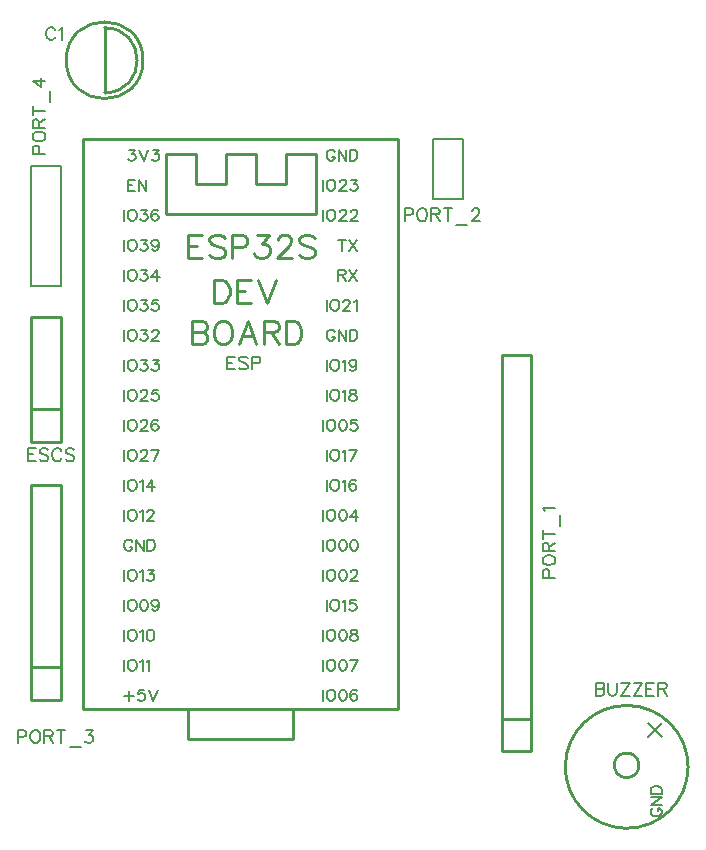
<source format=gto>
G04 Layer: TopSilkscreenLayer*
G04 EasyEDA v6.5.23, 2023-06-06 20:47:31*
G04 e563b856323e489fb497cbcb29ae2dd2,10*
G04 Gerber Generator version 0.2*
G04 Scale: 100 percent, Rotated: No, Reflected: No *
G04 Dimensions in millimeters *
G04 leading zeros omitted , absolute positions ,4 integer and 5 decimal *
%FSLAX45Y45*%
%MOMM*%

%ADD10C,0.1524*%
%ADD11C,0.2032*%
%ADD12C,0.1500*%
%ADD13C,0.1270*%
%ADD14C,0.2540*%
%ADD15C,0.2030*%
%ADD16C,0.0155*%

%LPD*%
D10*
X4908295Y1333754D02*
G01*
X4908295Y1224787D01*
X4908295Y1333754D02*
G01*
X4955031Y1333754D01*
X4970525Y1328673D01*
X4975859Y1323339D01*
X4980940Y1312926D01*
X4980940Y1302512D01*
X4975859Y1292097D01*
X4970525Y1287018D01*
X4955031Y1281937D01*
X4908295Y1281937D02*
G01*
X4955031Y1281937D01*
X4970525Y1276604D01*
X4975859Y1271523D01*
X4980940Y1261110D01*
X4980940Y1245362D01*
X4975859Y1234947D01*
X4970525Y1229868D01*
X4955031Y1224787D01*
X4908295Y1224787D01*
X5015229Y1333754D02*
G01*
X5015229Y1255776D01*
X5020563Y1240281D01*
X5030977Y1229868D01*
X5046472Y1224787D01*
X5056886Y1224787D01*
X5072379Y1229868D01*
X5082793Y1240281D01*
X5088127Y1255776D01*
X5088127Y1333754D01*
X5195061Y1333754D02*
G01*
X5122418Y1224787D01*
X5122418Y1333754D02*
G01*
X5195061Y1333754D01*
X5122418Y1224787D02*
G01*
X5195061Y1224787D01*
X5301995Y1333754D02*
G01*
X5229352Y1224787D01*
X5229352Y1333754D02*
G01*
X5301995Y1333754D01*
X5229352Y1224787D02*
G01*
X5301995Y1224787D01*
X5336286Y1333754D02*
G01*
X5336286Y1224787D01*
X5336286Y1333754D02*
G01*
X5403850Y1333754D01*
X5336286Y1281937D02*
G01*
X5377941Y1281937D01*
X5336286Y1224787D02*
G01*
X5403850Y1224787D01*
X5438140Y1333754D02*
G01*
X5438140Y1224787D01*
X5438140Y1333754D02*
G01*
X5484875Y1333754D01*
X5500624Y1328673D01*
X5505704Y1323339D01*
X5511038Y1312926D01*
X5511038Y1302512D01*
X5505704Y1292097D01*
X5500624Y1287018D01*
X5484875Y1281937D01*
X5438140Y1281937D01*
X5474715Y1281937D02*
G01*
X5511038Y1224787D01*
D11*
X5467294Y993734D02*
G01*
X5349834Y876272D01*
X5349834Y993734D02*
G01*
X5467474Y876091D01*
D12*
X5395468Y271271D02*
G01*
X5386324Y266954D01*
X5377434Y257810D01*
X5372861Y248665D01*
X5372861Y230378D01*
X5377434Y221487D01*
X5386324Y212344D01*
X5395468Y207771D01*
X5409184Y203200D01*
X5431790Y203200D01*
X5445506Y207771D01*
X5454650Y212344D01*
X5463793Y221487D01*
X5468365Y230378D01*
X5468365Y248665D01*
X5463793Y257810D01*
X5454650Y266954D01*
X5445506Y271271D01*
X5431790Y271271D01*
X5431790Y248665D02*
G01*
X5431790Y271271D01*
X5372861Y301497D02*
G01*
X5468365Y301497D01*
X5372861Y301497D02*
G01*
X5468365Y364997D01*
X5372861Y364997D02*
G01*
X5468365Y364997D01*
X5372861Y394970D02*
G01*
X5468365Y394970D01*
X5372861Y394970D02*
G01*
X5372861Y426720D01*
X5377434Y440436D01*
X5386324Y449579D01*
X5395468Y454152D01*
X5409184Y458723D01*
X5431790Y458723D01*
X5445506Y454152D01*
X5454650Y449579D01*
X5463793Y440436D01*
X5468365Y426720D01*
X5468365Y394970D01*
D10*
X1785696Y4095508D02*
G01*
X1785696Y3986542D01*
X1785696Y4095508D02*
G01*
X1853260Y4095508D01*
X1785696Y4043692D02*
G01*
X1827352Y4043692D01*
X1785696Y3986542D02*
G01*
X1853260Y3986542D01*
X1960194Y4080014D02*
G01*
X1949780Y4090428D01*
X1934286Y4095508D01*
X1913458Y4095508D01*
X1897964Y4090428D01*
X1887550Y4080014D01*
X1887550Y4069600D01*
X1892630Y4059186D01*
X1897964Y4053852D01*
X1908378Y4048772D01*
X1939366Y4038358D01*
X1949780Y4033278D01*
X1955114Y4027944D01*
X1960194Y4017530D01*
X1960194Y4002036D01*
X1949780Y3991622D01*
X1934286Y3986542D01*
X1913458Y3986542D01*
X1897964Y3991622D01*
X1887550Y4002036D01*
X1994484Y4095508D02*
G01*
X1994484Y3986542D01*
X1994484Y4095508D02*
G01*
X2041220Y4095508D01*
X2056968Y4090428D01*
X2062048Y4085094D01*
X2067382Y4074680D01*
X2067382Y4059186D01*
X2062048Y4048772D01*
X2056968Y4043692D01*
X2041220Y4038358D01*
X1994484Y4038358D01*
D13*
X956640Y5848108D02*
G01*
X1007440Y5848108D01*
X979754Y5811024D01*
X993724Y5811024D01*
X1002868Y5806452D01*
X1007440Y5801880D01*
X1012266Y5787910D01*
X1012266Y5778766D01*
X1007440Y5764796D01*
X998296Y5755652D01*
X984326Y5751080D01*
X970610Y5751080D01*
X956640Y5755652D01*
X952068Y5760224D01*
X947496Y5769622D01*
X1042746Y5848108D02*
G01*
X1079576Y5751080D01*
X1116406Y5848108D02*
G01*
X1079576Y5751080D01*
X1156284Y5848108D02*
G01*
X1207084Y5848108D01*
X1179398Y5811024D01*
X1193114Y5811024D01*
X1202512Y5806452D01*
X1207084Y5801880D01*
X1211656Y5787910D01*
X1211656Y5778766D01*
X1207084Y5764796D01*
X1197686Y5755652D01*
X1183970Y5751080D01*
X1170000Y5751080D01*
X1156284Y5755652D01*
X1151712Y5760224D01*
X1146886Y5769622D01*
X947496Y5594108D02*
G01*
X947496Y5497080D01*
X947496Y5594108D02*
G01*
X1007440Y5594108D01*
X947496Y5547880D02*
G01*
X984326Y5547880D01*
X947496Y5497080D02*
G01*
X1007440Y5497080D01*
X1037920Y5594108D02*
G01*
X1037920Y5497080D01*
X1037920Y5594108D02*
G01*
X1102690Y5497080D01*
X1102690Y5594108D02*
G01*
X1102690Y5497080D01*
X915746Y5340108D02*
G01*
X915746Y5243080D01*
X973912Y5340108D02*
G01*
X964768Y5335282D01*
X955370Y5326138D01*
X950798Y5316994D01*
X946226Y5303024D01*
X946226Y5279910D01*
X950798Y5266194D01*
X955370Y5256796D01*
X964768Y5247652D01*
X973912Y5243080D01*
X992454Y5243080D01*
X1001598Y5247652D01*
X1010996Y5256796D01*
X1015568Y5266194D01*
X1020140Y5279910D01*
X1020140Y5303024D01*
X1015568Y5316994D01*
X1010996Y5326138D01*
X1001598Y5335282D01*
X992454Y5340108D01*
X973912Y5340108D01*
X1059764Y5340108D02*
G01*
X1110564Y5340108D01*
X1082878Y5303024D01*
X1096848Y5303024D01*
X1105992Y5298452D01*
X1110564Y5293880D01*
X1115136Y5279910D01*
X1115136Y5270766D01*
X1110564Y5256796D01*
X1101420Y5247652D01*
X1087450Y5243080D01*
X1073734Y5243080D01*
X1059764Y5247652D01*
X1055192Y5252224D01*
X1050620Y5261622D01*
X1201242Y5326138D02*
G01*
X1196416Y5335282D01*
X1182700Y5340108D01*
X1173556Y5340108D01*
X1159586Y5335282D01*
X1150442Y5321566D01*
X1145616Y5298452D01*
X1145616Y5275338D01*
X1150442Y5256796D01*
X1159586Y5247652D01*
X1173556Y5243080D01*
X1178128Y5243080D01*
X1191844Y5247652D01*
X1201242Y5256796D01*
X1205814Y5270766D01*
X1205814Y5275338D01*
X1201242Y5289308D01*
X1191844Y5298452D01*
X1178128Y5303024D01*
X1173556Y5303024D01*
X1159586Y5298452D01*
X1150442Y5289308D01*
X1145616Y5275338D01*
X915746Y4578108D02*
G01*
X915746Y4481080D01*
X973912Y4578108D02*
G01*
X964768Y4573282D01*
X955370Y4564138D01*
X950798Y4554994D01*
X946226Y4541024D01*
X946226Y4517910D01*
X950798Y4504194D01*
X955370Y4494796D01*
X964768Y4485652D01*
X973912Y4481080D01*
X992454Y4481080D01*
X1001598Y4485652D01*
X1010996Y4494796D01*
X1015568Y4504194D01*
X1020140Y4517910D01*
X1020140Y4541024D01*
X1015568Y4554994D01*
X1010996Y4564138D01*
X1001598Y4573282D01*
X992454Y4578108D01*
X973912Y4578108D01*
X1059764Y4578108D02*
G01*
X1110564Y4578108D01*
X1082878Y4541024D01*
X1096848Y4541024D01*
X1105992Y4536452D01*
X1110564Y4531880D01*
X1115136Y4517910D01*
X1115136Y4508766D01*
X1110564Y4494796D01*
X1101420Y4485652D01*
X1087450Y4481080D01*
X1073734Y4481080D01*
X1059764Y4485652D01*
X1055192Y4490224D01*
X1050620Y4499622D01*
X1201242Y4578108D02*
G01*
X1155014Y4578108D01*
X1150442Y4536452D01*
X1155014Y4541024D01*
X1168730Y4545596D01*
X1182700Y4545596D01*
X1196416Y4541024D01*
X1205814Y4531880D01*
X1210386Y4517910D01*
X1210386Y4508766D01*
X1205814Y4494796D01*
X1196416Y4485652D01*
X1182700Y4481080D01*
X1168730Y4481080D01*
X1155014Y4485652D01*
X1150442Y4490224D01*
X1145616Y4499622D01*
X915746Y4832108D02*
G01*
X915746Y4735080D01*
X973912Y4832108D02*
G01*
X964768Y4827282D01*
X955370Y4818138D01*
X950798Y4808994D01*
X946226Y4795024D01*
X946226Y4771910D01*
X950798Y4758194D01*
X955370Y4748796D01*
X964768Y4739652D01*
X973912Y4735080D01*
X992454Y4735080D01*
X1001598Y4739652D01*
X1010996Y4748796D01*
X1015568Y4758194D01*
X1020140Y4771910D01*
X1020140Y4795024D01*
X1015568Y4808994D01*
X1010996Y4818138D01*
X1001598Y4827282D01*
X992454Y4832108D01*
X973912Y4832108D01*
X1059764Y4832108D02*
G01*
X1110564Y4832108D01*
X1082878Y4795024D01*
X1096848Y4795024D01*
X1105992Y4790452D01*
X1110564Y4785880D01*
X1115136Y4771910D01*
X1115136Y4762766D01*
X1110564Y4748796D01*
X1101420Y4739652D01*
X1087450Y4735080D01*
X1073734Y4735080D01*
X1059764Y4739652D01*
X1055192Y4744224D01*
X1050620Y4753622D01*
X1191844Y4832108D02*
G01*
X1145616Y4767338D01*
X1214958Y4767338D01*
X1191844Y4832108D02*
G01*
X1191844Y4735080D01*
X915746Y5086108D02*
G01*
X915746Y4989080D01*
X973912Y5086108D02*
G01*
X964768Y5081282D01*
X955370Y5072138D01*
X950798Y5062994D01*
X946226Y5049024D01*
X946226Y5025910D01*
X950798Y5012194D01*
X955370Y5002796D01*
X964768Y4993652D01*
X973912Y4989080D01*
X992454Y4989080D01*
X1001598Y4993652D01*
X1010996Y5002796D01*
X1015568Y5012194D01*
X1020140Y5025910D01*
X1020140Y5049024D01*
X1015568Y5062994D01*
X1010996Y5072138D01*
X1001598Y5081282D01*
X992454Y5086108D01*
X973912Y5086108D01*
X1059764Y5086108D02*
G01*
X1110564Y5086108D01*
X1082878Y5049024D01*
X1096848Y5049024D01*
X1105992Y5044452D01*
X1110564Y5039880D01*
X1115136Y5025910D01*
X1115136Y5016766D01*
X1110564Y5002796D01*
X1101420Y4993652D01*
X1087450Y4989080D01*
X1073734Y4989080D01*
X1059764Y4993652D01*
X1055192Y4998224D01*
X1050620Y5007622D01*
X1205814Y5053596D02*
G01*
X1201242Y5039880D01*
X1191844Y5030482D01*
X1178128Y5025910D01*
X1173556Y5025910D01*
X1159586Y5030482D01*
X1150442Y5039880D01*
X1145616Y5053596D01*
X1145616Y5058422D01*
X1150442Y5072138D01*
X1159586Y5081282D01*
X1173556Y5086108D01*
X1178128Y5086108D01*
X1191844Y5081282D01*
X1201242Y5072138D01*
X1205814Y5053596D01*
X1205814Y5030482D01*
X1201242Y5007622D01*
X1191844Y4993652D01*
X1178128Y4989080D01*
X1168730Y4989080D01*
X1155014Y4993652D01*
X1150442Y5002796D01*
X915746Y3562108D02*
G01*
X915746Y3465080D01*
X973912Y3562108D02*
G01*
X964768Y3557282D01*
X955370Y3548138D01*
X950798Y3538994D01*
X946226Y3525024D01*
X946226Y3501910D01*
X950798Y3488194D01*
X955370Y3478796D01*
X964768Y3469652D01*
X973912Y3465080D01*
X992454Y3465080D01*
X1001598Y3469652D01*
X1010996Y3478796D01*
X1015568Y3488194D01*
X1020140Y3501910D01*
X1020140Y3525024D01*
X1015568Y3538994D01*
X1010996Y3548138D01*
X1001598Y3557282D01*
X992454Y3562108D01*
X973912Y3562108D01*
X1055192Y3538994D02*
G01*
X1055192Y3543566D01*
X1059764Y3552710D01*
X1064336Y3557282D01*
X1073734Y3562108D01*
X1092276Y3562108D01*
X1101420Y3557282D01*
X1105992Y3552710D01*
X1110564Y3543566D01*
X1110564Y3534422D01*
X1105992Y3525024D01*
X1096848Y3511308D01*
X1050620Y3465080D01*
X1115136Y3465080D01*
X1201242Y3548138D02*
G01*
X1196416Y3557282D01*
X1182700Y3562108D01*
X1173556Y3562108D01*
X1159586Y3557282D01*
X1150442Y3543566D01*
X1145616Y3520452D01*
X1145616Y3497338D01*
X1150442Y3478796D01*
X1159586Y3469652D01*
X1173556Y3465080D01*
X1178128Y3465080D01*
X1191844Y3469652D01*
X1201242Y3478796D01*
X1205814Y3492766D01*
X1205814Y3497338D01*
X1201242Y3511308D01*
X1191844Y3520452D01*
X1178128Y3525024D01*
X1173556Y3525024D01*
X1159586Y3520452D01*
X1150442Y3511308D01*
X1145616Y3497338D01*
X915746Y3308108D02*
G01*
X915746Y3211080D01*
X973912Y3308108D02*
G01*
X964768Y3303282D01*
X955370Y3294138D01*
X950798Y3284994D01*
X946226Y3271024D01*
X946226Y3247910D01*
X950798Y3234194D01*
X955370Y3224796D01*
X964768Y3215652D01*
X973912Y3211080D01*
X992454Y3211080D01*
X1001598Y3215652D01*
X1010996Y3224796D01*
X1015568Y3234194D01*
X1020140Y3247910D01*
X1020140Y3271024D01*
X1015568Y3284994D01*
X1010996Y3294138D01*
X1001598Y3303282D01*
X992454Y3308108D01*
X973912Y3308108D01*
X1055192Y3284994D02*
G01*
X1055192Y3289566D01*
X1059764Y3298710D01*
X1064336Y3303282D01*
X1073734Y3308108D01*
X1092276Y3308108D01*
X1101420Y3303282D01*
X1105992Y3298710D01*
X1110564Y3289566D01*
X1110564Y3280422D01*
X1105992Y3271024D01*
X1096848Y3257308D01*
X1050620Y3211080D01*
X1115136Y3211080D01*
X1210386Y3308108D02*
G01*
X1164158Y3211080D01*
X1145616Y3308108D02*
G01*
X1210386Y3308108D01*
X915746Y3054108D02*
G01*
X915746Y2957080D01*
X973912Y3054108D02*
G01*
X964768Y3049282D01*
X955370Y3040138D01*
X950798Y3030994D01*
X946226Y3017024D01*
X946226Y2993910D01*
X950798Y2980194D01*
X955370Y2970796D01*
X964768Y2961652D01*
X973912Y2957080D01*
X992454Y2957080D01*
X1001598Y2961652D01*
X1010996Y2970796D01*
X1015568Y2980194D01*
X1020140Y2993910D01*
X1020140Y3017024D01*
X1015568Y3030994D01*
X1010996Y3040138D01*
X1001598Y3049282D01*
X992454Y3054108D01*
X973912Y3054108D01*
X1050620Y3035566D02*
G01*
X1059764Y3040138D01*
X1073734Y3054108D01*
X1073734Y2957080D01*
X1150442Y3054108D02*
G01*
X1104214Y2989338D01*
X1173556Y2989338D01*
X1150442Y3054108D02*
G01*
X1150442Y2957080D01*
X915746Y3816108D02*
G01*
X915746Y3719080D01*
X973912Y3816108D02*
G01*
X964768Y3811282D01*
X955370Y3802138D01*
X950798Y3792994D01*
X946226Y3779024D01*
X946226Y3755910D01*
X950798Y3742194D01*
X955370Y3732796D01*
X964768Y3723652D01*
X973912Y3719080D01*
X992454Y3719080D01*
X1001598Y3723652D01*
X1010996Y3732796D01*
X1015568Y3742194D01*
X1020140Y3755910D01*
X1020140Y3779024D01*
X1015568Y3792994D01*
X1010996Y3802138D01*
X1001598Y3811282D01*
X992454Y3816108D01*
X973912Y3816108D01*
X1055192Y3792994D02*
G01*
X1055192Y3797566D01*
X1059764Y3806710D01*
X1064336Y3811282D01*
X1073734Y3816108D01*
X1092276Y3816108D01*
X1101420Y3811282D01*
X1105992Y3806710D01*
X1110564Y3797566D01*
X1110564Y3788422D01*
X1105992Y3779024D01*
X1096848Y3765308D01*
X1050620Y3719080D01*
X1115136Y3719080D01*
X1201242Y3816108D02*
G01*
X1155014Y3816108D01*
X1150442Y3774452D01*
X1155014Y3779024D01*
X1168730Y3783596D01*
X1182700Y3783596D01*
X1196416Y3779024D01*
X1205814Y3769880D01*
X1210386Y3755910D01*
X1210386Y3746766D01*
X1205814Y3732796D01*
X1196416Y3723652D01*
X1182700Y3719080D01*
X1168730Y3719080D01*
X1155014Y3723652D01*
X1150442Y3728224D01*
X1145616Y3737622D01*
X915746Y4070108D02*
G01*
X915746Y3973080D01*
X973912Y4070108D02*
G01*
X964768Y4065282D01*
X955370Y4056138D01*
X950798Y4046994D01*
X946226Y4033024D01*
X946226Y4009910D01*
X950798Y3996194D01*
X955370Y3986796D01*
X964768Y3977652D01*
X973912Y3973080D01*
X992454Y3973080D01*
X1001598Y3977652D01*
X1010996Y3986796D01*
X1015568Y3996194D01*
X1020140Y4009910D01*
X1020140Y4033024D01*
X1015568Y4046994D01*
X1010996Y4056138D01*
X1001598Y4065282D01*
X992454Y4070108D01*
X973912Y4070108D01*
X1059764Y4070108D02*
G01*
X1110564Y4070108D01*
X1082878Y4033024D01*
X1096848Y4033024D01*
X1105992Y4028452D01*
X1110564Y4023880D01*
X1115136Y4009910D01*
X1115136Y4000766D01*
X1110564Y3986796D01*
X1101420Y3977652D01*
X1087450Y3973080D01*
X1073734Y3973080D01*
X1059764Y3977652D01*
X1055192Y3982224D01*
X1050620Y3991622D01*
X1155014Y4070108D02*
G01*
X1205814Y4070108D01*
X1178128Y4033024D01*
X1191844Y4033024D01*
X1201242Y4028452D01*
X1205814Y4023880D01*
X1210386Y4009910D01*
X1210386Y4000766D01*
X1205814Y3986796D01*
X1196416Y3977652D01*
X1182700Y3973080D01*
X1168730Y3973080D01*
X1155014Y3977652D01*
X1150442Y3982224D01*
X1145616Y3991622D01*
X915746Y4324108D02*
G01*
X915746Y4227080D01*
X973912Y4324108D02*
G01*
X964768Y4319282D01*
X955370Y4310138D01*
X950798Y4300994D01*
X946226Y4287024D01*
X946226Y4263910D01*
X950798Y4250194D01*
X955370Y4240796D01*
X964768Y4231652D01*
X973912Y4227080D01*
X992454Y4227080D01*
X1001598Y4231652D01*
X1010996Y4240796D01*
X1015568Y4250194D01*
X1020140Y4263910D01*
X1020140Y4287024D01*
X1015568Y4300994D01*
X1010996Y4310138D01*
X1001598Y4319282D01*
X992454Y4324108D01*
X973912Y4324108D01*
X1059764Y4324108D02*
G01*
X1110564Y4324108D01*
X1082878Y4287024D01*
X1096848Y4287024D01*
X1105992Y4282452D01*
X1110564Y4277880D01*
X1115136Y4263910D01*
X1115136Y4254766D01*
X1110564Y4240796D01*
X1101420Y4231652D01*
X1087450Y4227080D01*
X1073734Y4227080D01*
X1059764Y4231652D01*
X1055192Y4236224D01*
X1050620Y4245622D01*
X1150442Y4300994D02*
G01*
X1150442Y4305566D01*
X1155014Y4314710D01*
X1159586Y4319282D01*
X1168730Y4324108D01*
X1187272Y4324108D01*
X1196416Y4319282D01*
X1201242Y4314710D01*
X1205814Y4305566D01*
X1205814Y4296422D01*
X1201242Y4287024D01*
X1191844Y4273308D01*
X1145616Y4227080D01*
X1210386Y4227080D01*
X915746Y2038108D02*
G01*
X915746Y1941080D01*
X973912Y2038108D02*
G01*
X964768Y2033282D01*
X955370Y2024138D01*
X950798Y2014994D01*
X946226Y2001024D01*
X946226Y1977910D01*
X950798Y1964194D01*
X955370Y1954796D01*
X964768Y1945652D01*
X973912Y1941080D01*
X992454Y1941080D01*
X1001598Y1945652D01*
X1010996Y1954796D01*
X1015568Y1964194D01*
X1020140Y1977910D01*
X1020140Y2001024D01*
X1015568Y2014994D01*
X1010996Y2024138D01*
X1001598Y2033282D01*
X992454Y2038108D01*
X973912Y2038108D01*
X1078306Y2038108D02*
G01*
X1064336Y2033282D01*
X1055192Y2019566D01*
X1050620Y1996452D01*
X1050620Y1982482D01*
X1055192Y1959622D01*
X1064336Y1945652D01*
X1078306Y1941080D01*
X1087450Y1941080D01*
X1101420Y1945652D01*
X1110564Y1959622D01*
X1115136Y1982482D01*
X1115136Y1996452D01*
X1110564Y2019566D01*
X1101420Y2033282D01*
X1087450Y2038108D01*
X1078306Y2038108D01*
X1205814Y2005596D02*
G01*
X1201242Y1991880D01*
X1191844Y1982482D01*
X1178128Y1977910D01*
X1173556Y1977910D01*
X1159586Y1982482D01*
X1150442Y1991880D01*
X1145616Y2005596D01*
X1145616Y2010422D01*
X1150442Y2024138D01*
X1159586Y2033282D01*
X1173556Y2038108D01*
X1178128Y2038108D01*
X1191844Y2033282D01*
X1201242Y2024138D01*
X1205814Y2005596D01*
X1205814Y1982482D01*
X1201242Y1959622D01*
X1191844Y1945652D01*
X1178128Y1941080D01*
X1168730Y1941080D01*
X1155014Y1945652D01*
X1150442Y1954796D01*
X915746Y1784108D02*
G01*
X915746Y1687080D01*
X973912Y1784108D02*
G01*
X964768Y1779282D01*
X955370Y1770138D01*
X950798Y1760994D01*
X946226Y1747024D01*
X946226Y1723910D01*
X950798Y1710194D01*
X955370Y1700796D01*
X964768Y1691652D01*
X973912Y1687080D01*
X992454Y1687080D01*
X1001598Y1691652D01*
X1010996Y1700796D01*
X1015568Y1710194D01*
X1020140Y1723910D01*
X1020140Y1747024D01*
X1015568Y1760994D01*
X1010996Y1770138D01*
X1001598Y1779282D01*
X992454Y1784108D01*
X973912Y1784108D01*
X1050620Y1765566D02*
G01*
X1059764Y1770138D01*
X1073734Y1784108D01*
X1073734Y1687080D01*
X1131900Y1784108D02*
G01*
X1117930Y1779282D01*
X1108786Y1765566D01*
X1104214Y1742452D01*
X1104214Y1728482D01*
X1108786Y1705622D01*
X1117930Y1691652D01*
X1131900Y1687080D01*
X1141044Y1687080D01*
X1155014Y1691652D01*
X1164158Y1705622D01*
X1168730Y1728482D01*
X1168730Y1742452D01*
X1164158Y1765566D01*
X1155014Y1779282D01*
X1141044Y1784108D01*
X1131900Y1784108D01*
X915746Y1530108D02*
G01*
X915746Y1433080D01*
X973912Y1530108D02*
G01*
X964768Y1525282D01*
X955370Y1516138D01*
X950798Y1506994D01*
X946226Y1493024D01*
X946226Y1469910D01*
X950798Y1456194D01*
X955370Y1446796D01*
X964768Y1437652D01*
X973912Y1433080D01*
X992454Y1433080D01*
X1001598Y1437652D01*
X1010996Y1446796D01*
X1015568Y1456194D01*
X1020140Y1469910D01*
X1020140Y1493024D01*
X1015568Y1506994D01*
X1010996Y1516138D01*
X1001598Y1525282D01*
X992454Y1530108D01*
X973912Y1530108D01*
X1050620Y1511566D02*
G01*
X1059764Y1516138D01*
X1073734Y1530108D01*
X1073734Y1433080D01*
X1104214Y1511566D02*
G01*
X1113358Y1516138D01*
X1127328Y1530108D01*
X1127328Y1433080D01*
X915746Y2292108D02*
G01*
X915746Y2195080D01*
X973912Y2292108D02*
G01*
X964768Y2287282D01*
X955370Y2278138D01*
X950798Y2268994D01*
X946226Y2255024D01*
X946226Y2231910D01*
X950798Y2218194D01*
X955370Y2208796D01*
X964768Y2199652D01*
X973912Y2195080D01*
X992454Y2195080D01*
X1001598Y2199652D01*
X1010996Y2208796D01*
X1015568Y2218194D01*
X1020140Y2231910D01*
X1020140Y2255024D01*
X1015568Y2268994D01*
X1010996Y2278138D01*
X1001598Y2287282D01*
X992454Y2292108D01*
X973912Y2292108D01*
X1050620Y2273566D02*
G01*
X1059764Y2278138D01*
X1073734Y2292108D01*
X1073734Y2195080D01*
X1113358Y2292108D02*
G01*
X1164158Y2292108D01*
X1136472Y2255024D01*
X1150442Y2255024D01*
X1159586Y2250452D01*
X1164158Y2245880D01*
X1168730Y2231910D01*
X1168730Y2222766D01*
X1164158Y2208796D01*
X1155014Y2199652D01*
X1141044Y2195080D01*
X1127328Y2195080D01*
X1113358Y2199652D01*
X1108786Y2204224D01*
X1104214Y2213622D01*
X985088Y2522994D02*
G01*
X980516Y2532138D01*
X971118Y2541282D01*
X961974Y2546108D01*
X943432Y2546108D01*
X934288Y2541282D01*
X924890Y2532138D01*
X920318Y2522994D01*
X915746Y2509024D01*
X915746Y2485910D01*
X920318Y2472194D01*
X924890Y2462796D01*
X934288Y2453652D01*
X943432Y2449080D01*
X961974Y2449080D01*
X971118Y2453652D01*
X980516Y2462796D01*
X985088Y2472194D01*
X985088Y2485910D01*
X961974Y2485910D02*
G01*
X985088Y2485910D01*
X1015568Y2546108D02*
G01*
X1015568Y2449080D01*
X1015568Y2546108D02*
G01*
X1080084Y2449080D01*
X1080084Y2546108D02*
G01*
X1080084Y2449080D01*
X1110564Y2546108D02*
G01*
X1110564Y2449080D01*
X1110564Y2546108D02*
G01*
X1143076Y2546108D01*
X1156792Y2541282D01*
X1165936Y2532138D01*
X1170762Y2522994D01*
X1175334Y2509024D01*
X1175334Y2485910D01*
X1170762Y2472194D01*
X1165936Y2462796D01*
X1156792Y2453652D01*
X1143076Y2449080D01*
X1110564Y2449080D01*
X915746Y2800108D02*
G01*
X915746Y2703080D01*
X973912Y2800108D02*
G01*
X964768Y2795282D01*
X955370Y2786138D01*
X950798Y2776994D01*
X946226Y2763024D01*
X946226Y2739910D01*
X950798Y2726194D01*
X955370Y2716796D01*
X964768Y2707652D01*
X973912Y2703080D01*
X992454Y2703080D01*
X1001598Y2707652D01*
X1010996Y2716796D01*
X1015568Y2726194D01*
X1020140Y2739910D01*
X1020140Y2763024D01*
X1015568Y2776994D01*
X1010996Y2786138D01*
X1001598Y2795282D01*
X992454Y2800108D01*
X973912Y2800108D01*
X1050620Y2781566D02*
G01*
X1059764Y2786138D01*
X1073734Y2800108D01*
X1073734Y2703080D01*
X1108786Y2776994D02*
G01*
X1108786Y2781566D01*
X1113358Y2790710D01*
X1117930Y2795282D01*
X1127328Y2800108D01*
X1145616Y2800108D01*
X1155014Y2795282D01*
X1159586Y2790710D01*
X1164158Y2781566D01*
X1164158Y2772422D01*
X1159586Y2763024D01*
X1150442Y2749308D01*
X1104214Y2703080D01*
X1168730Y2703080D01*
X957402Y1262138D02*
G01*
X957402Y1179080D01*
X915746Y1220482D02*
G01*
X998804Y1220482D01*
X1084656Y1276108D02*
G01*
X1038682Y1276108D01*
X1033856Y1234452D01*
X1038682Y1239024D01*
X1052398Y1243596D01*
X1066368Y1243596D01*
X1080084Y1239024D01*
X1089482Y1229880D01*
X1094054Y1215910D01*
X1094054Y1206766D01*
X1089482Y1192796D01*
X1080084Y1183652D01*
X1066368Y1179080D01*
X1052398Y1179080D01*
X1038682Y1183652D01*
X1033856Y1188224D01*
X1029284Y1197622D01*
X1124534Y1276108D02*
G01*
X1161364Y1179080D01*
X1198448Y1276108D02*
G01*
X1161364Y1179080D01*
X2757754Y5086108D02*
G01*
X2757754Y4989080D01*
X2725496Y5086108D02*
G01*
X2790266Y5086108D01*
X2820746Y5086108D02*
G01*
X2885262Y4989080D01*
X2885262Y5086108D02*
G01*
X2820746Y4989080D01*
X2725496Y4832108D02*
G01*
X2725496Y4735080D01*
X2725496Y4832108D02*
G01*
X2767152Y4832108D01*
X2780868Y4827282D01*
X2785440Y4822710D01*
X2790266Y4813566D01*
X2790266Y4804422D01*
X2785440Y4795024D01*
X2780868Y4790452D01*
X2767152Y4785880D01*
X2725496Y4785880D01*
X2757754Y4785880D02*
G01*
X2790266Y4735080D01*
X2820746Y4832108D02*
G01*
X2885262Y4735080D01*
X2885262Y4832108D02*
G01*
X2820746Y4735080D01*
X2630246Y4578108D02*
G01*
X2630246Y4481080D01*
X2688412Y4578108D02*
G01*
X2679268Y4573282D01*
X2669870Y4564138D01*
X2665298Y4554994D01*
X2660726Y4541024D01*
X2660726Y4517910D01*
X2665298Y4504194D01*
X2669870Y4494796D01*
X2679268Y4485652D01*
X2688412Y4481080D01*
X2706954Y4481080D01*
X2716098Y4485652D01*
X2725496Y4494796D01*
X2730068Y4504194D01*
X2734640Y4517910D01*
X2734640Y4541024D01*
X2730068Y4554994D01*
X2725496Y4564138D01*
X2716098Y4573282D01*
X2706954Y4578108D01*
X2688412Y4578108D01*
X2769692Y4554994D02*
G01*
X2769692Y4559566D01*
X2774264Y4568710D01*
X2778836Y4573282D01*
X2788234Y4578108D01*
X2806776Y4578108D01*
X2815920Y4573282D01*
X2820492Y4568710D01*
X2825064Y4559566D01*
X2825064Y4550422D01*
X2820492Y4541024D01*
X2811348Y4527308D01*
X2765120Y4481080D01*
X2829636Y4481080D01*
X2860116Y4559566D02*
G01*
X2869514Y4564138D01*
X2883230Y4578108D01*
X2883230Y4481080D01*
X2598496Y5340108D02*
G01*
X2598496Y5243080D01*
X2656662Y5340108D02*
G01*
X2647518Y5335282D01*
X2638120Y5326138D01*
X2633548Y5316994D01*
X2628976Y5303024D01*
X2628976Y5279910D01*
X2633548Y5266194D01*
X2638120Y5256796D01*
X2647518Y5247652D01*
X2656662Y5243080D01*
X2675204Y5243080D01*
X2684348Y5247652D01*
X2693746Y5256796D01*
X2698318Y5266194D01*
X2702890Y5279910D01*
X2702890Y5303024D01*
X2698318Y5316994D01*
X2693746Y5326138D01*
X2684348Y5335282D01*
X2675204Y5340108D01*
X2656662Y5340108D01*
X2737942Y5316994D02*
G01*
X2737942Y5321566D01*
X2742514Y5330710D01*
X2747086Y5335282D01*
X2756484Y5340108D01*
X2775026Y5340108D01*
X2784170Y5335282D01*
X2788742Y5330710D01*
X2793314Y5321566D01*
X2793314Y5312422D01*
X2788742Y5303024D01*
X2779598Y5289308D01*
X2733370Y5243080D01*
X2797886Y5243080D01*
X2833192Y5316994D02*
G01*
X2833192Y5321566D01*
X2837764Y5330710D01*
X2842336Y5335282D01*
X2851480Y5340108D01*
X2870022Y5340108D01*
X2879166Y5335282D01*
X2883992Y5330710D01*
X2888564Y5321566D01*
X2888564Y5312422D01*
X2883992Y5303024D01*
X2874594Y5289308D01*
X2828366Y5243080D01*
X2893136Y5243080D01*
X2598496Y5594108D02*
G01*
X2598496Y5497080D01*
X2656662Y5594108D02*
G01*
X2647518Y5589282D01*
X2638120Y5580138D01*
X2633548Y5570994D01*
X2628976Y5557024D01*
X2628976Y5533910D01*
X2633548Y5520194D01*
X2638120Y5510796D01*
X2647518Y5501652D01*
X2656662Y5497080D01*
X2675204Y5497080D01*
X2684348Y5501652D01*
X2693746Y5510796D01*
X2698318Y5520194D01*
X2702890Y5533910D01*
X2702890Y5557024D01*
X2698318Y5570994D01*
X2693746Y5580138D01*
X2684348Y5589282D01*
X2675204Y5594108D01*
X2656662Y5594108D01*
X2737942Y5570994D02*
G01*
X2737942Y5575566D01*
X2742514Y5584710D01*
X2747086Y5589282D01*
X2756484Y5594108D01*
X2775026Y5594108D01*
X2784170Y5589282D01*
X2788742Y5584710D01*
X2793314Y5575566D01*
X2793314Y5566422D01*
X2788742Y5557024D01*
X2779598Y5543308D01*
X2733370Y5497080D01*
X2797886Y5497080D01*
X2837764Y5594108D02*
G01*
X2888564Y5594108D01*
X2860878Y5557024D01*
X2874594Y5557024D01*
X2883992Y5552452D01*
X2888564Y5547880D01*
X2893136Y5533910D01*
X2893136Y5524766D01*
X2888564Y5510796D01*
X2879166Y5501652D01*
X2865450Y5497080D01*
X2851480Y5497080D01*
X2837764Y5501652D01*
X2833192Y5506224D01*
X2828366Y5515622D01*
X2699588Y5824994D02*
G01*
X2695016Y5834138D01*
X2685618Y5843282D01*
X2676474Y5848108D01*
X2657932Y5848108D01*
X2648788Y5843282D01*
X2639390Y5834138D01*
X2634818Y5824994D01*
X2630246Y5811024D01*
X2630246Y5787910D01*
X2634818Y5774194D01*
X2639390Y5764796D01*
X2648788Y5755652D01*
X2657932Y5751080D01*
X2676474Y5751080D01*
X2685618Y5755652D01*
X2695016Y5764796D01*
X2699588Y5774194D01*
X2699588Y5787910D01*
X2676474Y5787910D02*
G01*
X2699588Y5787910D01*
X2730068Y5848108D02*
G01*
X2730068Y5751080D01*
X2730068Y5848108D02*
G01*
X2794584Y5751080D01*
X2794584Y5848108D02*
G01*
X2794584Y5751080D01*
X2825064Y5848108D02*
G01*
X2825064Y5751080D01*
X2825064Y5848108D02*
G01*
X2857576Y5848108D01*
X2871292Y5843282D01*
X2880436Y5834138D01*
X2885262Y5824994D01*
X2889834Y5811024D01*
X2889834Y5787910D01*
X2885262Y5774194D01*
X2880436Y5764796D01*
X2871292Y5755652D01*
X2857576Y5751080D01*
X2825064Y5751080D01*
X2598496Y3562108D02*
G01*
X2598496Y3465080D01*
X2656662Y3562108D02*
G01*
X2647518Y3557282D01*
X2638120Y3548138D01*
X2633548Y3538994D01*
X2628976Y3525024D01*
X2628976Y3501910D01*
X2633548Y3488194D01*
X2638120Y3478796D01*
X2647518Y3469652D01*
X2656662Y3465080D01*
X2675204Y3465080D01*
X2684348Y3469652D01*
X2693746Y3478796D01*
X2698318Y3488194D01*
X2702890Y3501910D01*
X2702890Y3525024D01*
X2698318Y3538994D01*
X2693746Y3548138D01*
X2684348Y3557282D01*
X2675204Y3562108D01*
X2656662Y3562108D01*
X2761056Y3562108D02*
G01*
X2747086Y3557282D01*
X2737942Y3543566D01*
X2733370Y3520452D01*
X2733370Y3506482D01*
X2737942Y3483622D01*
X2747086Y3469652D01*
X2761056Y3465080D01*
X2770200Y3465080D01*
X2784170Y3469652D01*
X2793314Y3483622D01*
X2797886Y3506482D01*
X2797886Y3520452D01*
X2793314Y3543566D01*
X2784170Y3557282D01*
X2770200Y3562108D01*
X2761056Y3562108D01*
X2883992Y3562108D02*
G01*
X2837764Y3562108D01*
X2833192Y3520452D01*
X2837764Y3525024D01*
X2851480Y3529596D01*
X2865450Y3529596D01*
X2879166Y3525024D01*
X2888564Y3515880D01*
X2893136Y3501910D01*
X2893136Y3492766D01*
X2888564Y3478796D01*
X2879166Y3469652D01*
X2865450Y3465080D01*
X2851480Y3465080D01*
X2837764Y3469652D01*
X2833192Y3474224D01*
X2828366Y3483622D01*
X2630246Y3308108D02*
G01*
X2630246Y3211080D01*
X2688412Y3308108D02*
G01*
X2679268Y3303282D01*
X2669870Y3294138D01*
X2665298Y3284994D01*
X2660726Y3271024D01*
X2660726Y3247910D01*
X2665298Y3234194D01*
X2669870Y3224796D01*
X2679268Y3215652D01*
X2688412Y3211080D01*
X2706954Y3211080D01*
X2716098Y3215652D01*
X2725496Y3224796D01*
X2730068Y3234194D01*
X2734640Y3247910D01*
X2734640Y3271024D01*
X2730068Y3284994D01*
X2725496Y3294138D01*
X2716098Y3303282D01*
X2706954Y3308108D01*
X2688412Y3308108D01*
X2765120Y3289566D02*
G01*
X2774264Y3294138D01*
X2788234Y3308108D01*
X2788234Y3211080D01*
X2883230Y3308108D02*
G01*
X2837256Y3211080D01*
X2818714Y3308108D02*
G01*
X2883230Y3308108D01*
X2630246Y3054108D02*
G01*
X2630246Y2957080D01*
X2688412Y3054108D02*
G01*
X2679268Y3049282D01*
X2669870Y3040138D01*
X2665298Y3030994D01*
X2660726Y3017024D01*
X2660726Y2993910D01*
X2665298Y2980194D01*
X2669870Y2970796D01*
X2679268Y2961652D01*
X2688412Y2957080D01*
X2706954Y2957080D01*
X2716098Y2961652D01*
X2725496Y2970796D01*
X2730068Y2980194D01*
X2734640Y2993910D01*
X2734640Y3017024D01*
X2730068Y3030994D01*
X2725496Y3040138D01*
X2716098Y3049282D01*
X2706954Y3054108D01*
X2688412Y3054108D01*
X2765120Y3035566D02*
G01*
X2774264Y3040138D01*
X2788234Y3054108D01*
X2788234Y2957080D01*
X2874086Y3040138D02*
G01*
X2869514Y3049282D01*
X2855544Y3054108D01*
X2846400Y3054108D01*
X2832430Y3049282D01*
X2823286Y3035566D01*
X2818714Y3012452D01*
X2818714Y2989338D01*
X2823286Y2970796D01*
X2832430Y2961652D01*
X2846400Y2957080D01*
X2850972Y2957080D01*
X2864942Y2961652D01*
X2874086Y2970796D01*
X2878658Y2984766D01*
X2878658Y2989338D01*
X2874086Y3003308D01*
X2864942Y3012452D01*
X2850972Y3017024D01*
X2846400Y3017024D01*
X2832430Y3012452D01*
X2823286Y3003308D01*
X2818714Y2989338D01*
X2630246Y3816108D02*
G01*
X2630246Y3719080D01*
X2688412Y3816108D02*
G01*
X2679268Y3811282D01*
X2669870Y3802138D01*
X2665298Y3792994D01*
X2660726Y3779024D01*
X2660726Y3755910D01*
X2665298Y3742194D01*
X2669870Y3732796D01*
X2679268Y3723652D01*
X2688412Y3719080D01*
X2706954Y3719080D01*
X2716098Y3723652D01*
X2725496Y3732796D01*
X2730068Y3742194D01*
X2734640Y3755910D01*
X2734640Y3779024D01*
X2730068Y3792994D01*
X2725496Y3802138D01*
X2716098Y3811282D01*
X2706954Y3816108D01*
X2688412Y3816108D01*
X2765120Y3797566D02*
G01*
X2774264Y3802138D01*
X2788234Y3816108D01*
X2788234Y3719080D01*
X2841828Y3816108D02*
G01*
X2827858Y3811282D01*
X2823286Y3802138D01*
X2823286Y3792994D01*
X2827858Y3783596D01*
X2837256Y3779024D01*
X2855544Y3774452D01*
X2869514Y3769880D01*
X2878658Y3760482D01*
X2883230Y3751338D01*
X2883230Y3737622D01*
X2878658Y3728224D01*
X2874086Y3723652D01*
X2860116Y3719080D01*
X2841828Y3719080D01*
X2827858Y3723652D01*
X2823286Y3728224D01*
X2818714Y3737622D01*
X2818714Y3751338D01*
X2823286Y3760482D01*
X2832430Y3769880D01*
X2846400Y3774452D01*
X2864942Y3779024D01*
X2874086Y3783596D01*
X2878658Y3792994D01*
X2878658Y3802138D01*
X2874086Y3811282D01*
X2860116Y3816108D01*
X2841828Y3816108D01*
X2630246Y4070108D02*
G01*
X2630246Y3973080D01*
X2688412Y4070108D02*
G01*
X2679268Y4065282D01*
X2669870Y4056138D01*
X2665298Y4046994D01*
X2660726Y4033024D01*
X2660726Y4009910D01*
X2665298Y3996194D01*
X2669870Y3986796D01*
X2679268Y3977652D01*
X2688412Y3973080D01*
X2706954Y3973080D01*
X2716098Y3977652D01*
X2725496Y3986796D01*
X2730068Y3996194D01*
X2734640Y4009910D01*
X2734640Y4033024D01*
X2730068Y4046994D01*
X2725496Y4056138D01*
X2716098Y4065282D01*
X2706954Y4070108D01*
X2688412Y4070108D01*
X2765120Y4051566D02*
G01*
X2774264Y4056138D01*
X2788234Y4070108D01*
X2788234Y3973080D01*
X2878658Y4037596D02*
G01*
X2874086Y4023880D01*
X2864942Y4014482D01*
X2850972Y4009910D01*
X2846400Y4009910D01*
X2832430Y4014482D01*
X2823286Y4023880D01*
X2818714Y4037596D01*
X2818714Y4042422D01*
X2823286Y4056138D01*
X2832430Y4065282D01*
X2846400Y4070108D01*
X2850972Y4070108D01*
X2864942Y4065282D01*
X2874086Y4056138D01*
X2878658Y4037596D01*
X2878658Y4014482D01*
X2874086Y3991622D01*
X2864942Y3977652D01*
X2850972Y3973080D01*
X2841828Y3973080D01*
X2827858Y3977652D01*
X2823286Y3986796D01*
X2699588Y4300994D02*
G01*
X2695016Y4310138D01*
X2685618Y4319282D01*
X2676474Y4324108D01*
X2657932Y4324108D01*
X2648788Y4319282D01*
X2639390Y4310138D01*
X2634818Y4300994D01*
X2630246Y4287024D01*
X2630246Y4263910D01*
X2634818Y4250194D01*
X2639390Y4240796D01*
X2648788Y4231652D01*
X2657932Y4227080D01*
X2676474Y4227080D01*
X2685618Y4231652D01*
X2695016Y4240796D01*
X2699588Y4250194D01*
X2699588Y4263910D01*
X2676474Y4263910D02*
G01*
X2699588Y4263910D01*
X2730068Y4324108D02*
G01*
X2730068Y4227080D01*
X2730068Y4324108D02*
G01*
X2794584Y4227080D01*
X2794584Y4324108D02*
G01*
X2794584Y4227080D01*
X2825064Y4324108D02*
G01*
X2825064Y4227080D01*
X2825064Y4324108D02*
G01*
X2857576Y4324108D01*
X2871292Y4319282D01*
X2880436Y4310138D01*
X2885262Y4300994D01*
X2889834Y4287024D01*
X2889834Y4263910D01*
X2885262Y4250194D01*
X2880436Y4240796D01*
X2871292Y4231652D01*
X2857576Y4227080D01*
X2825064Y4227080D01*
X2598496Y2292108D02*
G01*
X2598496Y2195080D01*
X2656662Y2292108D02*
G01*
X2647518Y2287282D01*
X2638120Y2278138D01*
X2633548Y2268994D01*
X2628976Y2255024D01*
X2628976Y2231910D01*
X2633548Y2218194D01*
X2638120Y2208796D01*
X2647518Y2199652D01*
X2656662Y2195080D01*
X2675204Y2195080D01*
X2684348Y2199652D01*
X2693746Y2208796D01*
X2698318Y2218194D01*
X2702890Y2231910D01*
X2702890Y2255024D01*
X2698318Y2268994D01*
X2693746Y2278138D01*
X2684348Y2287282D01*
X2675204Y2292108D01*
X2656662Y2292108D01*
X2761056Y2292108D02*
G01*
X2747086Y2287282D01*
X2737942Y2273566D01*
X2733370Y2250452D01*
X2733370Y2236482D01*
X2737942Y2213622D01*
X2747086Y2199652D01*
X2761056Y2195080D01*
X2770200Y2195080D01*
X2784170Y2199652D01*
X2793314Y2213622D01*
X2797886Y2236482D01*
X2797886Y2250452D01*
X2793314Y2273566D01*
X2784170Y2287282D01*
X2770200Y2292108D01*
X2761056Y2292108D01*
X2833192Y2268994D02*
G01*
X2833192Y2273566D01*
X2837764Y2282710D01*
X2842336Y2287282D01*
X2851480Y2292108D01*
X2870022Y2292108D01*
X2879166Y2287282D01*
X2883992Y2282710D01*
X2888564Y2273566D01*
X2888564Y2264422D01*
X2883992Y2255024D01*
X2874594Y2241308D01*
X2828366Y2195080D01*
X2893136Y2195080D01*
X2598496Y2546108D02*
G01*
X2598496Y2449080D01*
X2656662Y2546108D02*
G01*
X2647518Y2541282D01*
X2638120Y2532138D01*
X2633548Y2522994D01*
X2628976Y2509024D01*
X2628976Y2485910D01*
X2633548Y2472194D01*
X2638120Y2462796D01*
X2647518Y2453652D01*
X2656662Y2449080D01*
X2675204Y2449080D01*
X2684348Y2453652D01*
X2693746Y2462796D01*
X2698318Y2472194D01*
X2702890Y2485910D01*
X2702890Y2509024D01*
X2698318Y2522994D01*
X2693746Y2532138D01*
X2684348Y2541282D01*
X2675204Y2546108D01*
X2656662Y2546108D01*
X2761056Y2546108D02*
G01*
X2747086Y2541282D01*
X2737942Y2527566D01*
X2733370Y2504452D01*
X2733370Y2490482D01*
X2737942Y2467622D01*
X2747086Y2453652D01*
X2761056Y2449080D01*
X2770200Y2449080D01*
X2784170Y2453652D01*
X2793314Y2467622D01*
X2797886Y2490482D01*
X2797886Y2504452D01*
X2793314Y2527566D01*
X2784170Y2541282D01*
X2770200Y2546108D01*
X2761056Y2546108D01*
X2856306Y2546108D02*
G01*
X2842336Y2541282D01*
X2833192Y2527566D01*
X2828366Y2504452D01*
X2828366Y2490482D01*
X2833192Y2467622D01*
X2842336Y2453652D01*
X2856306Y2449080D01*
X2865450Y2449080D01*
X2879166Y2453652D01*
X2888564Y2467622D01*
X2893136Y2490482D01*
X2893136Y2504452D01*
X2888564Y2527566D01*
X2879166Y2541282D01*
X2865450Y2546108D01*
X2856306Y2546108D01*
X2598496Y2800108D02*
G01*
X2598496Y2703080D01*
X2656662Y2800108D02*
G01*
X2647518Y2795282D01*
X2638120Y2786138D01*
X2633548Y2776994D01*
X2628976Y2763024D01*
X2628976Y2739910D01*
X2633548Y2726194D01*
X2638120Y2716796D01*
X2647518Y2707652D01*
X2656662Y2703080D01*
X2675204Y2703080D01*
X2684348Y2707652D01*
X2693746Y2716796D01*
X2698318Y2726194D01*
X2702890Y2739910D01*
X2702890Y2763024D01*
X2698318Y2776994D01*
X2693746Y2786138D01*
X2684348Y2795282D01*
X2675204Y2800108D01*
X2656662Y2800108D01*
X2761056Y2800108D02*
G01*
X2747086Y2795282D01*
X2737942Y2781566D01*
X2733370Y2758452D01*
X2733370Y2744482D01*
X2737942Y2721622D01*
X2747086Y2707652D01*
X2761056Y2703080D01*
X2770200Y2703080D01*
X2784170Y2707652D01*
X2793314Y2721622D01*
X2797886Y2744482D01*
X2797886Y2758452D01*
X2793314Y2781566D01*
X2784170Y2795282D01*
X2770200Y2800108D01*
X2761056Y2800108D01*
X2874594Y2800108D02*
G01*
X2828366Y2735338D01*
X2897708Y2735338D01*
X2874594Y2800108D02*
G01*
X2874594Y2703080D01*
X2630246Y2038108D02*
G01*
X2630246Y1941080D01*
X2688412Y2038108D02*
G01*
X2679268Y2033282D01*
X2669870Y2024138D01*
X2665298Y2014994D01*
X2660726Y2001024D01*
X2660726Y1977910D01*
X2665298Y1964194D01*
X2669870Y1954796D01*
X2679268Y1945652D01*
X2688412Y1941080D01*
X2706954Y1941080D01*
X2716098Y1945652D01*
X2725496Y1954796D01*
X2730068Y1964194D01*
X2734640Y1977910D01*
X2734640Y2001024D01*
X2730068Y2014994D01*
X2725496Y2024138D01*
X2716098Y2033282D01*
X2706954Y2038108D01*
X2688412Y2038108D01*
X2765120Y2019566D02*
G01*
X2774264Y2024138D01*
X2788234Y2038108D01*
X2788234Y1941080D01*
X2874086Y2038108D02*
G01*
X2827858Y2038108D01*
X2823286Y1996452D01*
X2827858Y2001024D01*
X2841828Y2005596D01*
X2855544Y2005596D01*
X2869514Y2001024D01*
X2878658Y1991880D01*
X2883230Y1977910D01*
X2883230Y1968766D01*
X2878658Y1954796D01*
X2869514Y1945652D01*
X2855544Y1941080D01*
X2841828Y1941080D01*
X2827858Y1945652D01*
X2823286Y1950224D01*
X2818714Y1959622D01*
X2598496Y1784108D02*
G01*
X2598496Y1687080D01*
X2656662Y1784108D02*
G01*
X2647518Y1779282D01*
X2638120Y1770138D01*
X2633548Y1760994D01*
X2628976Y1747024D01*
X2628976Y1723910D01*
X2633548Y1710194D01*
X2638120Y1700796D01*
X2647518Y1691652D01*
X2656662Y1687080D01*
X2675204Y1687080D01*
X2684348Y1691652D01*
X2693746Y1700796D01*
X2698318Y1710194D01*
X2702890Y1723910D01*
X2702890Y1747024D01*
X2698318Y1760994D01*
X2693746Y1770138D01*
X2684348Y1779282D01*
X2675204Y1784108D01*
X2656662Y1784108D01*
X2761056Y1784108D02*
G01*
X2747086Y1779282D01*
X2737942Y1765566D01*
X2733370Y1742452D01*
X2733370Y1728482D01*
X2737942Y1705622D01*
X2747086Y1691652D01*
X2761056Y1687080D01*
X2770200Y1687080D01*
X2784170Y1691652D01*
X2793314Y1705622D01*
X2797886Y1728482D01*
X2797886Y1742452D01*
X2793314Y1765566D01*
X2784170Y1779282D01*
X2770200Y1784108D01*
X2761056Y1784108D01*
X2851480Y1784108D02*
G01*
X2837764Y1779282D01*
X2833192Y1770138D01*
X2833192Y1760994D01*
X2837764Y1751596D01*
X2846908Y1747024D01*
X2865450Y1742452D01*
X2879166Y1737880D01*
X2888564Y1728482D01*
X2893136Y1719338D01*
X2893136Y1705622D01*
X2888564Y1696224D01*
X2883992Y1691652D01*
X2870022Y1687080D01*
X2851480Y1687080D01*
X2837764Y1691652D01*
X2833192Y1696224D01*
X2828366Y1705622D01*
X2828366Y1719338D01*
X2833192Y1728482D01*
X2842336Y1737880D01*
X2856306Y1742452D01*
X2874594Y1747024D01*
X2883992Y1751596D01*
X2888564Y1760994D01*
X2888564Y1770138D01*
X2883992Y1779282D01*
X2870022Y1784108D01*
X2851480Y1784108D01*
X2598496Y1530108D02*
G01*
X2598496Y1433080D01*
X2656662Y1530108D02*
G01*
X2647518Y1525282D01*
X2638120Y1516138D01*
X2633548Y1506994D01*
X2628976Y1493024D01*
X2628976Y1469910D01*
X2633548Y1456194D01*
X2638120Y1446796D01*
X2647518Y1437652D01*
X2656662Y1433080D01*
X2675204Y1433080D01*
X2684348Y1437652D01*
X2693746Y1446796D01*
X2698318Y1456194D01*
X2702890Y1469910D01*
X2702890Y1493024D01*
X2698318Y1506994D01*
X2693746Y1516138D01*
X2684348Y1525282D01*
X2675204Y1530108D01*
X2656662Y1530108D01*
X2761056Y1530108D02*
G01*
X2747086Y1525282D01*
X2737942Y1511566D01*
X2733370Y1488452D01*
X2733370Y1474482D01*
X2737942Y1451622D01*
X2747086Y1437652D01*
X2761056Y1433080D01*
X2770200Y1433080D01*
X2784170Y1437652D01*
X2793314Y1451622D01*
X2797886Y1474482D01*
X2797886Y1488452D01*
X2793314Y1511566D01*
X2784170Y1525282D01*
X2770200Y1530108D01*
X2761056Y1530108D01*
X2893136Y1530108D02*
G01*
X2846908Y1433080D01*
X2828366Y1530108D02*
G01*
X2893136Y1530108D01*
X2598496Y1276108D02*
G01*
X2598496Y1179080D01*
X2656662Y1276108D02*
G01*
X2647518Y1271282D01*
X2638120Y1262138D01*
X2633548Y1252994D01*
X2628976Y1239024D01*
X2628976Y1215910D01*
X2633548Y1202194D01*
X2638120Y1192796D01*
X2647518Y1183652D01*
X2656662Y1179080D01*
X2675204Y1179080D01*
X2684348Y1183652D01*
X2693746Y1192796D01*
X2698318Y1202194D01*
X2702890Y1215910D01*
X2702890Y1239024D01*
X2698318Y1252994D01*
X2693746Y1262138D01*
X2684348Y1271282D01*
X2675204Y1276108D01*
X2656662Y1276108D01*
X2761056Y1276108D02*
G01*
X2747086Y1271282D01*
X2737942Y1257566D01*
X2733370Y1234452D01*
X2733370Y1220482D01*
X2737942Y1197622D01*
X2747086Y1183652D01*
X2761056Y1179080D01*
X2770200Y1179080D01*
X2784170Y1183652D01*
X2793314Y1197622D01*
X2797886Y1220482D01*
X2797886Y1234452D01*
X2793314Y1257566D01*
X2784170Y1271282D01*
X2770200Y1276108D01*
X2761056Y1276108D01*
X2883992Y1262138D02*
G01*
X2879166Y1271282D01*
X2865450Y1276108D01*
X2856306Y1276108D01*
X2842336Y1271282D01*
X2833192Y1257566D01*
X2828366Y1234452D01*
X2828366Y1211338D01*
X2833192Y1192796D01*
X2842336Y1183652D01*
X2856306Y1179080D01*
X2860878Y1179080D01*
X2874594Y1183652D01*
X2883992Y1192796D01*
X2888564Y1206766D01*
X2888564Y1211338D01*
X2883992Y1225308D01*
X2874594Y1234452D01*
X2860878Y1239024D01*
X2856306Y1239024D01*
X2842336Y1234452D01*
X2833192Y1225308D01*
X2828366Y1211338D01*
D14*
X1455496Y5124970D02*
G01*
X1455496Y4931168D01*
X1455496Y5124970D02*
G01*
X1575638Y5124970D01*
X1455496Y5032768D02*
G01*
X1529410Y5032768D01*
X1455496Y4931168D02*
G01*
X1575638Y4931168D01*
X1765884Y5097284D02*
G01*
X1747342Y5115826D01*
X1719656Y5124970D01*
X1682826Y5124970D01*
X1654886Y5115826D01*
X1636598Y5097284D01*
X1636598Y5078742D01*
X1645742Y5060454D01*
X1654886Y5051056D01*
X1673428Y5041912D01*
X1728800Y5023370D01*
X1747342Y5014226D01*
X1756486Y5005082D01*
X1765884Y4986540D01*
X1765884Y4958854D01*
X1747342Y4940312D01*
X1719656Y4931168D01*
X1682826Y4931168D01*
X1654886Y4940312D01*
X1636598Y4958854D01*
X1826844Y5124970D02*
G01*
X1826844Y4931168D01*
X1826844Y5124970D02*
G01*
X1909902Y5124970D01*
X1937588Y5115826D01*
X1946986Y5106682D01*
X1956130Y5088140D01*
X1956130Y5060454D01*
X1946986Y5041912D01*
X1937588Y5032768D01*
X1909902Y5023370D01*
X1826844Y5023370D01*
X2035632Y5124970D02*
G01*
X2137232Y5124970D01*
X2081606Y5051056D01*
X2109546Y5051056D01*
X2127834Y5041912D01*
X2137232Y5032768D01*
X2146376Y5005082D01*
X2146376Y4986540D01*
X2137232Y4958854D01*
X2118690Y4940312D01*
X2091004Y4931168D01*
X2063318Y4931168D01*
X2035632Y4940312D01*
X2026234Y4949456D01*
X2017090Y4967998D01*
X2216480Y5078742D02*
G01*
X2216480Y5088140D01*
X2225878Y5106682D01*
X2235022Y5115826D01*
X2253564Y5124970D01*
X2290394Y5124970D01*
X2308936Y5115826D01*
X2318080Y5106682D01*
X2327478Y5088140D01*
X2327478Y5069598D01*
X2318080Y5051056D01*
X2299792Y5023370D01*
X2207336Y4931168D01*
X2336622Y4931168D01*
X2526868Y5097284D02*
G01*
X2508326Y5115826D01*
X2480640Y5124970D01*
X2443810Y5124970D01*
X2416124Y5115826D01*
X2397582Y5097284D01*
X2397582Y5078742D01*
X2406726Y5060454D01*
X2416124Y5051056D01*
X2434666Y5041912D01*
X2490038Y5023370D01*
X2508326Y5014226D01*
X2517724Y5005082D01*
X2526868Y4986540D01*
X2526868Y4958854D01*
X2508326Y4940312D01*
X2480640Y4931168D01*
X2443810Y4931168D01*
X2416124Y4940312D01*
X2397582Y4958854D01*
X1677746Y4743970D02*
G01*
X1677746Y4550168D01*
X1677746Y4743970D02*
G01*
X1742516Y4743970D01*
X1770202Y4734826D01*
X1788490Y4716284D01*
X1797888Y4697742D01*
X1807032Y4670056D01*
X1807032Y4624082D01*
X1797888Y4596142D01*
X1788490Y4577854D01*
X1770202Y4559312D01*
X1742516Y4550168D01*
X1677746Y4550168D01*
X1867992Y4743970D02*
G01*
X1867992Y4550168D01*
X1867992Y4743970D02*
G01*
X1988134Y4743970D01*
X1867992Y4651768D02*
G01*
X1941906Y4651768D01*
X1867992Y4550168D02*
G01*
X1988134Y4550168D01*
X2049094Y4743970D02*
G01*
X2123008Y4550168D01*
X2196922Y4743970D02*
G01*
X2123008Y4550168D01*
X1487246Y4394720D02*
G01*
X1487246Y4200918D01*
X1487246Y4394720D02*
G01*
X1570304Y4394720D01*
X1597990Y4385576D01*
X1607388Y4376432D01*
X1616532Y4357890D01*
X1616532Y4339348D01*
X1607388Y4320806D01*
X1597990Y4311662D01*
X1570304Y4302518D01*
X1487246Y4302518D02*
G01*
X1570304Y4302518D01*
X1597990Y4293120D01*
X1607388Y4283976D01*
X1616532Y4265434D01*
X1616532Y4237748D01*
X1607388Y4219206D01*
X1597990Y4210062D01*
X1570304Y4200918D01*
X1487246Y4200918D01*
X1732864Y4394720D02*
G01*
X1714576Y4385576D01*
X1696034Y4367034D01*
X1686636Y4348492D01*
X1677492Y4320806D01*
X1677492Y4274832D01*
X1686636Y4246892D01*
X1696034Y4228604D01*
X1714576Y4210062D01*
X1732864Y4200918D01*
X1769948Y4200918D01*
X1788236Y4210062D01*
X1806778Y4228604D01*
X1816176Y4246892D01*
X1825320Y4274832D01*
X1825320Y4320806D01*
X1816176Y4348492D01*
X1806778Y4367034D01*
X1788236Y4385576D01*
X1769948Y4394720D01*
X1732864Y4394720D01*
X1960194Y4394720D02*
G01*
X1886280Y4200918D01*
X1960194Y4394720D02*
G01*
X2034108Y4200918D01*
X1913966Y4265434D02*
G01*
X2006422Y4265434D01*
X2095068Y4394720D02*
G01*
X2095068Y4200918D01*
X2095068Y4394720D02*
G01*
X2178126Y4394720D01*
X2205812Y4385576D01*
X2214956Y4376432D01*
X2224354Y4357890D01*
X2224354Y4339348D01*
X2214956Y4320806D01*
X2205812Y4311662D01*
X2178126Y4302518D01*
X2095068Y4302518D01*
X2159584Y4302518D02*
G01*
X2224354Y4200918D01*
X2285314Y4394720D02*
G01*
X2285314Y4200918D01*
X2285314Y4394720D02*
G01*
X2349830Y4394720D01*
X2377516Y4385576D01*
X2396058Y4367034D01*
X2405456Y4348492D01*
X2414600Y4320806D01*
X2414600Y4274832D01*
X2405456Y4246892D01*
X2396058Y4228604D01*
X2377516Y4210062D01*
X2349830Y4200918D01*
X2285314Y4200918D01*
D10*
X331978Y6858508D02*
G01*
X326644Y6868921D01*
X316229Y6879336D01*
X306070Y6884415D01*
X285242Y6884415D01*
X274828Y6879336D01*
X264413Y6868921D01*
X259079Y6858508D01*
X254000Y6842760D01*
X254000Y6816852D01*
X259079Y6801358D01*
X264413Y6790944D01*
X274828Y6780529D01*
X285242Y6775450D01*
X306070Y6775450D01*
X316229Y6780529D01*
X326644Y6790944D01*
X331978Y6801358D01*
X366268Y6863587D02*
G01*
X376681Y6868921D01*
X392176Y6884415D01*
X392176Y6775450D01*
X97116Y3318123D02*
G01*
X97116Y3209157D01*
X97116Y3318123D02*
G01*
X164680Y3318123D01*
X97116Y3266307D02*
G01*
X138772Y3266307D01*
X97116Y3209157D02*
G01*
X164680Y3209157D01*
X271614Y3302629D02*
G01*
X261200Y3313043D01*
X245706Y3318123D01*
X224878Y3318123D01*
X209384Y3313043D01*
X198970Y3302629D01*
X198970Y3292215D01*
X204050Y3281801D01*
X209384Y3276467D01*
X219798Y3271387D01*
X250786Y3260973D01*
X261200Y3255893D01*
X266534Y3250559D01*
X271614Y3240145D01*
X271614Y3224651D01*
X261200Y3214237D01*
X245706Y3209157D01*
X224878Y3209157D01*
X209384Y3214237D01*
X198970Y3224651D01*
X383882Y3292215D02*
G01*
X378802Y3302629D01*
X368388Y3313043D01*
X357974Y3318123D01*
X337146Y3318123D01*
X326732Y3313043D01*
X316318Y3302629D01*
X311238Y3292215D01*
X305904Y3276467D01*
X305904Y3250559D01*
X311238Y3235065D01*
X316318Y3224651D01*
X326732Y3214237D01*
X337146Y3209157D01*
X357974Y3209157D01*
X368388Y3214237D01*
X378802Y3224651D01*
X383882Y3235065D01*
X490816Y3302629D02*
G01*
X480656Y3313043D01*
X464908Y3318123D01*
X444080Y3318123D01*
X428586Y3313043D01*
X418172Y3302629D01*
X418172Y3292215D01*
X423506Y3281801D01*
X428586Y3276467D01*
X439000Y3271387D01*
X470242Y3260973D01*
X480656Y3255893D01*
X485736Y3250559D01*
X490816Y3240145D01*
X490816Y3224651D01*
X480656Y3214237D01*
X464908Y3209157D01*
X444080Y3209157D01*
X428586Y3214237D01*
X418172Y3224651D01*
X4456684Y2222500D02*
G01*
X4565650Y2222500D01*
X4456684Y2222500D02*
G01*
X4456684Y2269236D01*
X4461763Y2284729D01*
X4467097Y2290063D01*
X4477511Y2295144D01*
X4493006Y2295144D01*
X4503420Y2290063D01*
X4508500Y2284729D01*
X4513834Y2269236D01*
X4513834Y2222500D01*
X4456684Y2360676D02*
G01*
X4461763Y2350262D01*
X4472177Y2339847D01*
X4482591Y2334768D01*
X4498340Y2329434D01*
X4524247Y2329434D01*
X4539741Y2334768D01*
X4550156Y2339847D01*
X4560570Y2350262D01*
X4565650Y2360676D01*
X4565650Y2381504D01*
X4560570Y2391918D01*
X4550156Y2402331D01*
X4539741Y2407412D01*
X4524247Y2412745D01*
X4498340Y2412745D01*
X4482591Y2407412D01*
X4472177Y2402331D01*
X4461763Y2391918D01*
X4456684Y2381504D01*
X4456684Y2360676D01*
X4456684Y2447036D02*
G01*
X4565650Y2447036D01*
X4456684Y2447036D02*
G01*
X4456684Y2493771D01*
X4461763Y2509265D01*
X4467097Y2514600D01*
X4477511Y2519679D01*
X4487925Y2519679D01*
X4498340Y2514600D01*
X4503420Y2509265D01*
X4508500Y2493771D01*
X4508500Y2447036D01*
X4508500Y2483357D02*
G01*
X4565650Y2519679D01*
X4456684Y2590292D02*
G01*
X4565650Y2590292D01*
X4456684Y2553970D02*
G01*
X4456684Y2626613D01*
X4602225Y2660904D02*
G01*
X4602225Y2754629D01*
X4477511Y2788920D02*
G01*
X4472177Y2799079D01*
X4456684Y2814828D01*
X4565650Y2814828D01*
X3289300Y5350804D02*
G01*
X3289300Y5241838D01*
X3289300Y5350804D02*
G01*
X3336036Y5350804D01*
X3351529Y5345724D01*
X3356863Y5340390D01*
X3361943Y5329976D01*
X3361943Y5314482D01*
X3356863Y5304068D01*
X3351529Y5298988D01*
X3336036Y5293654D01*
X3289300Y5293654D01*
X3427475Y5350804D02*
G01*
X3417061Y5345724D01*
X3406647Y5335310D01*
X3401568Y5324896D01*
X3396234Y5309148D01*
X3396234Y5283240D01*
X3401568Y5267746D01*
X3406647Y5257332D01*
X3417061Y5246918D01*
X3427475Y5241838D01*
X3448304Y5241838D01*
X3458718Y5246918D01*
X3469131Y5257332D01*
X3474211Y5267746D01*
X3479545Y5283240D01*
X3479545Y5309148D01*
X3474211Y5324896D01*
X3469131Y5335310D01*
X3458718Y5345724D01*
X3448304Y5350804D01*
X3427475Y5350804D01*
X3513836Y5350804D02*
G01*
X3513836Y5241838D01*
X3513836Y5350804D02*
G01*
X3560572Y5350804D01*
X3576065Y5345724D01*
X3581400Y5340390D01*
X3586479Y5329976D01*
X3586479Y5319562D01*
X3581400Y5309148D01*
X3576065Y5304068D01*
X3560572Y5298988D01*
X3513836Y5298988D01*
X3550158Y5298988D02*
G01*
X3586479Y5241838D01*
X3657091Y5350804D02*
G01*
X3657091Y5241838D01*
X3620770Y5350804D02*
G01*
X3693413Y5350804D01*
X3727704Y5205262D02*
G01*
X3821429Y5205262D01*
X3860800Y5324896D02*
G01*
X3860800Y5329976D01*
X3865879Y5340390D01*
X3871213Y5345724D01*
X3881627Y5350804D01*
X3902456Y5350804D01*
X3912870Y5345724D01*
X3917950Y5340390D01*
X3923029Y5329976D01*
X3923029Y5319562D01*
X3917950Y5309148D01*
X3907536Y5293654D01*
X3855720Y5241838D01*
X3928363Y5241838D01*
X13500Y932611D02*
G01*
X13500Y823645D01*
X13500Y932611D02*
G01*
X60236Y932611D01*
X75730Y927531D01*
X81064Y922197D01*
X86144Y911783D01*
X86144Y896289D01*
X81064Y885875D01*
X75730Y880795D01*
X60236Y875461D01*
X13500Y875461D01*
X151676Y932611D02*
G01*
X141262Y927531D01*
X130848Y917117D01*
X125768Y906703D01*
X120434Y890955D01*
X120434Y865047D01*
X125768Y849553D01*
X130848Y839139D01*
X141262Y828725D01*
X151676Y823645D01*
X172504Y823645D01*
X182918Y828725D01*
X193332Y839139D01*
X198412Y849553D01*
X203746Y865047D01*
X203746Y890955D01*
X198412Y906703D01*
X193332Y917117D01*
X182918Y927531D01*
X172504Y932611D01*
X151676Y932611D01*
X238036Y932611D02*
G01*
X238036Y823645D01*
X238036Y932611D02*
G01*
X284772Y932611D01*
X300266Y927531D01*
X305600Y922197D01*
X310680Y911783D01*
X310680Y901369D01*
X305600Y890955D01*
X300266Y885875D01*
X284772Y880795D01*
X238036Y880795D01*
X274358Y880795D02*
G01*
X310680Y823645D01*
X381292Y932611D02*
G01*
X381292Y823645D01*
X344970Y932611D02*
G01*
X417614Y932611D01*
X451904Y787069D02*
G01*
X545630Y787069D01*
X590080Y932611D02*
G01*
X647230Y932611D01*
X616242Y890955D01*
X631736Y890955D01*
X642150Y885875D01*
X647230Y880795D01*
X652564Y865047D01*
X652564Y854633D01*
X647230Y839139D01*
X637070Y828725D01*
X621322Y823645D01*
X605828Y823645D01*
X590080Y828725D01*
X585000Y833805D01*
X579920Y844219D01*
X138684Y5809589D02*
G01*
X247650Y5809589D01*
X138684Y5809589D02*
G01*
X138684Y5856325D01*
X143763Y5871819D01*
X149097Y5877153D01*
X159512Y5882233D01*
X175005Y5882233D01*
X185420Y5877153D01*
X190500Y5871819D01*
X195834Y5856325D01*
X195834Y5809589D01*
X138684Y5947765D02*
G01*
X143763Y5937351D01*
X154178Y5926937D01*
X164592Y5921857D01*
X180339Y5916523D01*
X206247Y5916523D01*
X221742Y5921857D01*
X232155Y5926937D01*
X242570Y5937351D01*
X247650Y5947765D01*
X247650Y5968593D01*
X242570Y5979007D01*
X232155Y5989421D01*
X221742Y5994501D01*
X206247Y5999835D01*
X180339Y5999835D01*
X164592Y5994501D01*
X154178Y5989421D01*
X143763Y5979007D01*
X138684Y5968593D01*
X138684Y5947765D01*
X138684Y6034125D02*
G01*
X247650Y6034125D01*
X138684Y6034125D02*
G01*
X138684Y6080861D01*
X143763Y6096355D01*
X149097Y6101689D01*
X159512Y6106769D01*
X169926Y6106769D01*
X180339Y6101689D01*
X185420Y6096355D01*
X190500Y6080861D01*
X190500Y6034125D01*
X190500Y6070447D02*
G01*
X247650Y6106769D01*
X138684Y6177381D02*
G01*
X247650Y6177381D01*
X138684Y6141059D02*
G01*
X138684Y6213703D01*
X284226Y6247993D02*
G01*
X284226Y6341719D01*
X138684Y6427825D02*
G01*
X211328Y6376009D01*
X211328Y6453733D01*
X138684Y6427825D02*
G01*
X247650Y6427825D01*
D14*
X1264996Y5300992D02*
G01*
X2534996Y5300992D01*
X1264996Y5300992D02*
G01*
X1264996Y5808992D01*
X1518996Y5808992D01*
X1518996Y5554992D01*
X1772996Y5554992D01*
X1772996Y5808992D01*
X2026996Y5808992D01*
X2026996Y5554992D01*
X2280996Y5554992D01*
X2280996Y5808992D01*
X2534996Y5808992D01*
X2534996Y5300992D02*
G01*
X2534996Y5808992D01*
X2344496Y1109992D02*
G01*
X3233496Y1109992D01*
X3233496Y5935992D01*
X566496Y5935992D01*
X566496Y1109992D01*
X1455496Y1109992D01*
X1455496Y1109992D02*
G01*
X2344496Y1109992D01*
X1455496Y1109992D02*
G01*
X1455496Y855992D01*
X2344496Y855992D01*
X2344496Y1109992D01*
X749300Y6879000D02*
G01*
X749300Y6328999D01*
X122999Y4433991D02*
G01*
X376999Y4433991D01*
X122999Y3375990D02*
G01*
X122999Y4433991D01*
X122999Y3653342D02*
G01*
X376999Y3653342D01*
X376999Y3375990D02*
G01*
X376999Y4433991D01*
X122999Y3375990D02*
G01*
X376999Y3375990D01*
X4111802Y755700D02*
G01*
X4111802Y4105706D01*
X4361815Y4105706D01*
X4361815Y755700D01*
X4111802Y755700D01*
X4111802Y755700D02*
G01*
X4111802Y1025702D01*
X4361815Y1025702D01*
X4361815Y755700D01*
X4111802Y755700D01*
D11*
X3530600Y5933988D02*
G01*
X3784600Y5933988D01*
X3784600Y5425988D01*
X3530600Y5425988D01*
X3530600Y5616488D01*
D15*
X3530600Y5933988D02*
G01*
X3530600Y5616488D01*
D14*
X122999Y1467347D02*
G01*
X376999Y1467347D01*
X376999Y1189995D02*
G01*
X376999Y3009996D01*
X122999Y3009996D02*
G01*
X376999Y3009996D01*
X122999Y1189995D02*
G01*
X376999Y1189995D01*
X122999Y1189995D02*
G01*
X122999Y3009996D01*
D11*
X122999Y5707989D02*
G01*
X376999Y5707989D01*
X376999Y4691989D01*
X122999Y4691989D01*
X122999Y4882489D01*
D15*
X122999Y5707989D02*
G01*
X122999Y4882489D01*
D14*
G75*
G01*
X5067300Y609600D02*
G03*
X5065225Y620189I101598J25408D01*
G75*
G01*
X5168900Y101600D02*
G03*
X5155862Y101775I470J519999D01*
G75*
G01*
X749300Y6879001D02*
G02*
X749300Y6328999I0J-275001D01*
G75*
G01
X1074293Y6604000D02*
G03X1074293Y6604000I-324993J0D01*
M02*

</source>
